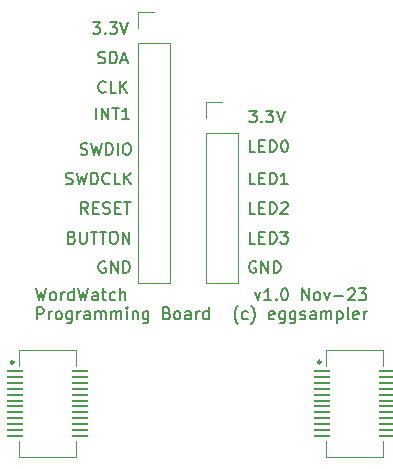
<source format=gbr>
%TF.GenerationSoftware,KiCad,Pcbnew,7.0.8*%
%TF.CreationDate,2023-11-11T12:14:01+10:00*%
%TF.ProjectId,ProgrammingBoard,50726f67-7261-46d6-9d69-6e67426f6172,rev?*%
%TF.SameCoordinates,Original*%
%TF.FileFunction,Legend,Top*%
%TF.FilePolarity,Positive*%
%FSLAX46Y46*%
G04 Gerber Fmt 4.6, Leading zero omitted, Abs format (unit mm)*
G04 Created by KiCad (PCBNEW 7.0.8) date 2023-11-11 12:14:01*
%MOMM*%
%LPD*%
G01*
G04 APERTURE LIST*
G04 Aperture macros list*
%AMRoundRect*
0 Rectangle with rounded corners*
0 $1 Rounding radius*
0 $2 $3 $4 $5 $6 $7 $8 $9 X,Y pos of 4 corners*
0 Add a 4 corners polygon primitive as box body*
4,1,4,$2,$3,$4,$5,$6,$7,$8,$9,$2,$3,0*
0 Add four circle primitives for the rounded corners*
1,1,$1+$1,$2,$3*
1,1,$1+$1,$4,$5*
1,1,$1+$1,$6,$7*
1,1,$1+$1,$8,$9*
0 Add four rect primitives between the rounded corners*
20,1,$1+$1,$2,$3,$4,$5,0*
20,1,$1+$1,$4,$5,$6,$7,0*
20,1,$1+$1,$6,$7,$8,$9,0*
20,1,$1+$1,$8,$9,$2,$3,0*%
G04 Aperture macros list end*
%ADD10C,0.150000*%
%ADD11C,0.120000*%
%ADD12C,0.100000*%
%ADD13C,0.250000*%
%ADD14R,1.700000X1.700000*%
%ADD15O,1.700000X1.700000*%
%ADD16RoundRect,0.062500X-0.587500X-0.062500X0.587500X-0.062500X0.587500X0.062500X-0.587500X0.062500X0*%
G04 APERTURE END LIST*
D10*
X5539160Y12092800D02*
X5682017Y12045181D01*
X5682017Y12045181D02*
X5920112Y12045181D01*
X5920112Y12045181D02*
X6015350Y12092800D01*
X6015350Y12092800D02*
X6062969Y12140420D01*
X6062969Y12140420D02*
X6110588Y12235658D01*
X6110588Y12235658D02*
X6110588Y12330896D01*
X6110588Y12330896D02*
X6062969Y12426134D01*
X6062969Y12426134D02*
X6015350Y12473753D01*
X6015350Y12473753D02*
X5920112Y12521372D01*
X5920112Y12521372D02*
X5729636Y12568991D01*
X5729636Y12568991D02*
X5634398Y12616610D01*
X5634398Y12616610D02*
X5586779Y12664229D01*
X5586779Y12664229D02*
X5539160Y12759467D01*
X5539160Y12759467D02*
X5539160Y12854705D01*
X5539160Y12854705D02*
X5586779Y12949943D01*
X5586779Y12949943D02*
X5634398Y12997562D01*
X5634398Y12997562D02*
X5729636Y13045181D01*
X5729636Y13045181D02*
X5967731Y13045181D01*
X5967731Y13045181D02*
X6110588Y12997562D01*
X6443922Y13045181D02*
X6682017Y12045181D01*
X6682017Y12045181D02*
X6872493Y12759467D01*
X6872493Y12759467D02*
X7062969Y12045181D01*
X7062969Y12045181D02*
X7301065Y13045181D01*
X7682017Y12045181D02*
X7682017Y13045181D01*
X7682017Y13045181D02*
X7920112Y13045181D01*
X7920112Y13045181D02*
X8062969Y12997562D01*
X8062969Y12997562D02*
X8158207Y12902324D01*
X8158207Y12902324D02*
X8205826Y12807086D01*
X8205826Y12807086D02*
X8253445Y12616610D01*
X8253445Y12616610D02*
X8253445Y12473753D01*
X8253445Y12473753D02*
X8205826Y12283277D01*
X8205826Y12283277D02*
X8158207Y12188039D01*
X8158207Y12188039D02*
X8062969Y12092800D01*
X8062969Y12092800D02*
X7920112Y12045181D01*
X7920112Y12045181D02*
X7682017Y12045181D01*
X9253445Y12140420D02*
X9205826Y12092800D01*
X9205826Y12092800D02*
X9062969Y12045181D01*
X9062969Y12045181D02*
X8967731Y12045181D01*
X8967731Y12045181D02*
X8824874Y12092800D01*
X8824874Y12092800D02*
X8729636Y12188039D01*
X8729636Y12188039D02*
X8682017Y12283277D01*
X8682017Y12283277D02*
X8634398Y12473753D01*
X8634398Y12473753D02*
X8634398Y12616610D01*
X8634398Y12616610D02*
X8682017Y12807086D01*
X8682017Y12807086D02*
X8729636Y12902324D01*
X8729636Y12902324D02*
X8824874Y12997562D01*
X8824874Y12997562D02*
X8967731Y13045181D01*
X8967731Y13045181D02*
X9062969Y13045181D01*
X9062969Y13045181D02*
X9205826Y12997562D01*
X9205826Y12997562D02*
X9253445Y12949943D01*
X10158207Y12045181D02*
X9682017Y12045181D01*
X9682017Y12045181D02*
X9682017Y13045181D01*
X10491541Y12045181D02*
X10491541Y13045181D01*
X11062969Y12045181D02*
X10634398Y12616610D01*
X11062969Y13045181D02*
X10491541Y12473753D01*
X21532268Y2906848D02*
X21770363Y2240181D01*
X21770363Y2240181D02*
X22008458Y2906848D01*
X22913220Y2240181D02*
X22341792Y2240181D01*
X22627506Y2240181D02*
X22627506Y3240181D01*
X22627506Y3240181D02*
X22532268Y3097324D01*
X22532268Y3097324D02*
X22437030Y3002086D01*
X22437030Y3002086D02*
X22341792Y2954467D01*
X23341792Y2335420D02*
X23389411Y2287800D01*
X23389411Y2287800D02*
X23341792Y2240181D01*
X23341792Y2240181D02*
X23294173Y2287800D01*
X23294173Y2287800D02*
X23341792Y2335420D01*
X23341792Y2335420D02*
X23341792Y2240181D01*
X24008458Y3240181D02*
X24103696Y3240181D01*
X24103696Y3240181D02*
X24198934Y3192562D01*
X24198934Y3192562D02*
X24246553Y3144943D01*
X24246553Y3144943D02*
X24294172Y3049705D01*
X24294172Y3049705D02*
X24341791Y2859229D01*
X24341791Y2859229D02*
X24341791Y2621134D01*
X24341791Y2621134D02*
X24294172Y2430658D01*
X24294172Y2430658D02*
X24246553Y2335420D01*
X24246553Y2335420D02*
X24198934Y2287800D01*
X24198934Y2287800D02*
X24103696Y2240181D01*
X24103696Y2240181D02*
X24008458Y2240181D01*
X24008458Y2240181D02*
X23913220Y2287800D01*
X23913220Y2287800D02*
X23865601Y2335420D01*
X23865601Y2335420D02*
X23817982Y2430658D01*
X23817982Y2430658D02*
X23770363Y2621134D01*
X23770363Y2621134D02*
X23770363Y2859229D01*
X23770363Y2859229D02*
X23817982Y3049705D01*
X23817982Y3049705D02*
X23865601Y3144943D01*
X23865601Y3144943D02*
X23913220Y3192562D01*
X23913220Y3192562D02*
X24008458Y3240181D01*
X25532268Y2240181D02*
X25532268Y3240181D01*
X25532268Y3240181D02*
X26103696Y2240181D01*
X26103696Y2240181D02*
X26103696Y3240181D01*
X26722744Y2240181D02*
X26627506Y2287800D01*
X26627506Y2287800D02*
X26579887Y2335420D01*
X26579887Y2335420D02*
X26532268Y2430658D01*
X26532268Y2430658D02*
X26532268Y2716372D01*
X26532268Y2716372D02*
X26579887Y2811610D01*
X26579887Y2811610D02*
X26627506Y2859229D01*
X26627506Y2859229D02*
X26722744Y2906848D01*
X26722744Y2906848D02*
X26865601Y2906848D01*
X26865601Y2906848D02*
X26960839Y2859229D01*
X26960839Y2859229D02*
X27008458Y2811610D01*
X27008458Y2811610D02*
X27056077Y2716372D01*
X27056077Y2716372D02*
X27056077Y2430658D01*
X27056077Y2430658D02*
X27008458Y2335420D01*
X27008458Y2335420D02*
X26960839Y2287800D01*
X26960839Y2287800D02*
X26865601Y2240181D01*
X26865601Y2240181D02*
X26722744Y2240181D01*
X27389411Y2906848D02*
X27627506Y2240181D01*
X27627506Y2240181D02*
X27865601Y2906848D01*
X28246554Y2621134D02*
X29008459Y2621134D01*
X29437030Y3144943D02*
X29484649Y3192562D01*
X29484649Y3192562D02*
X29579887Y3240181D01*
X29579887Y3240181D02*
X29817982Y3240181D01*
X29817982Y3240181D02*
X29913220Y3192562D01*
X29913220Y3192562D02*
X29960839Y3144943D01*
X29960839Y3144943D02*
X30008458Y3049705D01*
X30008458Y3049705D02*
X30008458Y2954467D01*
X30008458Y2954467D02*
X29960839Y2811610D01*
X29960839Y2811610D02*
X29389411Y2240181D01*
X29389411Y2240181D02*
X30008458Y2240181D01*
X30341792Y3240181D02*
X30960839Y3240181D01*
X30960839Y3240181D02*
X30627506Y2859229D01*
X30627506Y2859229D02*
X30770363Y2859229D01*
X30770363Y2859229D02*
X30865601Y2811610D01*
X30865601Y2811610D02*
X30913220Y2763991D01*
X30913220Y2763991D02*
X30960839Y2668753D01*
X30960839Y2668753D02*
X30960839Y2430658D01*
X30960839Y2430658D02*
X30913220Y2335420D01*
X30913220Y2335420D02*
X30865601Y2287800D01*
X30865601Y2287800D02*
X30770363Y2240181D01*
X30770363Y2240181D02*
X30484649Y2240181D01*
X30484649Y2240181D02*
X30389411Y2287800D01*
X30389411Y2287800D02*
X30341792Y2335420D01*
X20103694Y249229D02*
X20056075Y296848D01*
X20056075Y296848D02*
X19960837Y439705D01*
X19960837Y439705D02*
X19913218Y534943D01*
X19913218Y534943D02*
X19865599Y677800D01*
X19865599Y677800D02*
X19817980Y915896D01*
X19817980Y915896D02*
X19817980Y1106372D01*
X19817980Y1106372D02*
X19865599Y1344467D01*
X19865599Y1344467D02*
X19913218Y1487324D01*
X19913218Y1487324D02*
X19960837Y1582562D01*
X19960837Y1582562D02*
X20056075Y1725420D01*
X20056075Y1725420D02*
X20103694Y1773039D01*
X20913218Y677800D02*
X20817980Y630181D01*
X20817980Y630181D02*
X20627504Y630181D01*
X20627504Y630181D02*
X20532266Y677800D01*
X20532266Y677800D02*
X20484647Y725420D01*
X20484647Y725420D02*
X20437028Y820658D01*
X20437028Y820658D02*
X20437028Y1106372D01*
X20437028Y1106372D02*
X20484647Y1201610D01*
X20484647Y1201610D02*
X20532266Y1249229D01*
X20532266Y1249229D02*
X20627504Y1296848D01*
X20627504Y1296848D02*
X20817980Y1296848D01*
X20817980Y1296848D02*
X20913218Y1249229D01*
X21246552Y249229D02*
X21294171Y296848D01*
X21294171Y296848D02*
X21389409Y439705D01*
X21389409Y439705D02*
X21437028Y534943D01*
X21437028Y534943D02*
X21484647Y677800D01*
X21484647Y677800D02*
X21532266Y915896D01*
X21532266Y915896D02*
X21532266Y1106372D01*
X21532266Y1106372D02*
X21484647Y1344467D01*
X21484647Y1344467D02*
X21437028Y1487324D01*
X21437028Y1487324D02*
X21389409Y1582562D01*
X21389409Y1582562D02*
X21294171Y1725420D01*
X21294171Y1725420D02*
X21246552Y1773039D01*
X23151314Y677800D02*
X23056076Y630181D01*
X23056076Y630181D02*
X22865600Y630181D01*
X22865600Y630181D02*
X22770362Y677800D01*
X22770362Y677800D02*
X22722743Y773039D01*
X22722743Y773039D02*
X22722743Y1153991D01*
X22722743Y1153991D02*
X22770362Y1249229D01*
X22770362Y1249229D02*
X22865600Y1296848D01*
X22865600Y1296848D02*
X23056076Y1296848D01*
X23056076Y1296848D02*
X23151314Y1249229D01*
X23151314Y1249229D02*
X23198933Y1153991D01*
X23198933Y1153991D02*
X23198933Y1058753D01*
X23198933Y1058753D02*
X22722743Y963515D01*
X24056076Y1296848D02*
X24056076Y487324D01*
X24056076Y487324D02*
X24008457Y392086D01*
X24008457Y392086D02*
X23960838Y344467D01*
X23960838Y344467D02*
X23865600Y296848D01*
X23865600Y296848D02*
X23722743Y296848D01*
X23722743Y296848D02*
X23627505Y344467D01*
X24056076Y677800D02*
X23960838Y630181D01*
X23960838Y630181D02*
X23770362Y630181D01*
X23770362Y630181D02*
X23675124Y677800D01*
X23675124Y677800D02*
X23627505Y725420D01*
X23627505Y725420D02*
X23579886Y820658D01*
X23579886Y820658D02*
X23579886Y1106372D01*
X23579886Y1106372D02*
X23627505Y1201610D01*
X23627505Y1201610D02*
X23675124Y1249229D01*
X23675124Y1249229D02*
X23770362Y1296848D01*
X23770362Y1296848D02*
X23960838Y1296848D01*
X23960838Y1296848D02*
X24056076Y1249229D01*
X24960838Y1296848D02*
X24960838Y487324D01*
X24960838Y487324D02*
X24913219Y392086D01*
X24913219Y392086D02*
X24865600Y344467D01*
X24865600Y344467D02*
X24770362Y296848D01*
X24770362Y296848D02*
X24627505Y296848D01*
X24627505Y296848D02*
X24532267Y344467D01*
X24960838Y677800D02*
X24865600Y630181D01*
X24865600Y630181D02*
X24675124Y630181D01*
X24675124Y630181D02*
X24579886Y677800D01*
X24579886Y677800D02*
X24532267Y725420D01*
X24532267Y725420D02*
X24484648Y820658D01*
X24484648Y820658D02*
X24484648Y1106372D01*
X24484648Y1106372D02*
X24532267Y1201610D01*
X24532267Y1201610D02*
X24579886Y1249229D01*
X24579886Y1249229D02*
X24675124Y1296848D01*
X24675124Y1296848D02*
X24865600Y1296848D01*
X24865600Y1296848D02*
X24960838Y1249229D01*
X25389410Y677800D02*
X25484648Y630181D01*
X25484648Y630181D02*
X25675124Y630181D01*
X25675124Y630181D02*
X25770362Y677800D01*
X25770362Y677800D02*
X25817981Y773039D01*
X25817981Y773039D02*
X25817981Y820658D01*
X25817981Y820658D02*
X25770362Y915896D01*
X25770362Y915896D02*
X25675124Y963515D01*
X25675124Y963515D02*
X25532267Y963515D01*
X25532267Y963515D02*
X25437029Y1011134D01*
X25437029Y1011134D02*
X25389410Y1106372D01*
X25389410Y1106372D02*
X25389410Y1153991D01*
X25389410Y1153991D02*
X25437029Y1249229D01*
X25437029Y1249229D02*
X25532267Y1296848D01*
X25532267Y1296848D02*
X25675124Y1296848D01*
X25675124Y1296848D02*
X25770362Y1249229D01*
X26675124Y630181D02*
X26675124Y1153991D01*
X26675124Y1153991D02*
X26627505Y1249229D01*
X26627505Y1249229D02*
X26532267Y1296848D01*
X26532267Y1296848D02*
X26341791Y1296848D01*
X26341791Y1296848D02*
X26246553Y1249229D01*
X26675124Y677800D02*
X26579886Y630181D01*
X26579886Y630181D02*
X26341791Y630181D01*
X26341791Y630181D02*
X26246553Y677800D01*
X26246553Y677800D02*
X26198934Y773039D01*
X26198934Y773039D02*
X26198934Y868277D01*
X26198934Y868277D02*
X26246553Y963515D01*
X26246553Y963515D02*
X26341791Y1011134D01*
X26341791Y1011134D02*
X26579886Y1011134D01*
X26579886Y1011134D02*
X26675124Y1058753D01*
X27151315Y630181D02*
X27151315Y1296848D01*
X27151315Y1201610D02*
X27198934Y1249229D01*
X27198934Y1249229D02*
X27294172Y1296848D01*
X27294172Y1296848D02*
X27437029Y1296848D01*
X27437029Y1296848D02*
X27532267Y1249229D01*
X27532267Y1249229D02*
X27579886Y1153991D01*
X27579886Y1153991D02*
X27579886Y630181D01*
X27579886Y1153991D02*
X27627505Y1249229D01*
X27627505Y1249229D02*
X27722743Y1296848D01*
X27722743Y1296848D02*
X27865600Y1296848D01*
X27865600Y1296848D02*
X27960839Y1249229D01*
X27960839Y1249229D02*
X28008458Y1153991D01*
X28008458Y1153991D02*
X28008458Y630181D01*
X28484648Y1296848D02*
X28484648Y296848D01*
X28484648Y1249229D02*
X28579886Y1296848D01*
X28579886Y1296848D02*
X28770362Y1296848D01*
X28770362Y1296848D02*
X28865600Y1249229D01*
X28865600Y1249229D02*
X28913219Y1201610D01*
X28913219Y1201610D02*
X28960838Y1106372D01*
X28960838Y1106372D02*
X28960838Y820658D01*
X28960838Y820658D02*
X28913219Y725420D01*
X28913219Y725420D02*
X28865600Y677800D01*
X28865600Y677800D02*
X28770362Y630181D01*
X28770362Y630181D02*
X28579886Y630181D01*
X28579886Y630181D02*
X28484648Y677800D01*
X29532267Y630181D02*
X29437029Y677800D01*
X29437029Y677800D02*
X29389410Y773039D01*
X29389410Y773039D02*
X29389410Y1630181D01*
X30294172Y677800D02*
X30198934Y630181D01*
X30198934Y630181D02*
X30008458Y630181D01*
X30008458Y630181D02*
X29913220Y677800D01*
X29913220Y677800D02*
X29865601Y773039D01*
X29865601Y773039D02*
X29865601Y1153991D01*
X29865601Y1153991D02*
X29913220Y1249229D01*
X29913220Y1249229D02*
X30008458Y1296848D01*
X30008458Y1296848D02*
X30198934Y1296848D01*
X30198934Y1296848D02*
X30294172Y1249229D01*
X30294172Y1249229D02*
X30341791Y1153991D01*
X30341791Y1153991D02*
X30341791Y1058753D01*
X30341791Y1058753D02*
X29865601Y963515D01*
X30770363Y630181D02*
X30770363Y1296848D01*
X30770363Y1106372D02*
X30817982Y1201610D01*
X30817982Y1201610D02*
X30865601Y1249229D01*
X30865601Y1249229D02*
X30960839Y1296848D01*
X30960839Y1296848D02*
X31056077Y1296848D01*
X2991541Y3240181D02*
X3229636Y2240181D01*
X3229636Y2240181D02*
X3420112Y2954467D01*
X3420112Y2954467D02*
X3610588Y2240181D01*
X3610588Y2240181D02*
X3848684Y3240181D01*
X4372493Y2240181D02*
X4277255Y2287800D01*
X4277255Y2287800D02*
X4229636Y2335420D01*
X4229636Y2335420D02*
X4182017Y2430658D01*
X4182017Y2430658D02*
X4182017Y2716372D01*
X4182017Y2716372D02*
X4229636Y2811610D01*
X4229636Y2811610D02*
X4277255Y2859229D01*
X4277255Y2859229D02*
X4372493Y2906848D01*
X4372493Y2906848D02*
X4515350Y2906848D01*
X4515350Y2906848D02*
X4610588Y2859229D01*
X4610588Y2859229D02*
X4658207Y2811610D01*
X4658207Y2811610D02*
X4705826Y2716372D01*
X4705826Y2716372D02*
X4705826Y2430658D01*
X4705826Y2430658D02*
X4658207Y2335420D01*
X4658207Y2335420D02*
X4610588Y2287800D01*
X4610588Y2287800D02*
X4515350Y2240181D01*
X4515350Y2240181D02*
X4372493Y2240181D01*
X5134398Y2240181D02*
X5134398Y2906848D01*
X5134398Y2716372D02*
X5182017Y2811610D01*
X5182017Y2811610D02*
X5229636Y2859229D01*
X5229636Y2859229D02*
X5324874Y2906848D01*
X5324874Y2906848D02*
X5420112Y2906848D01*
X6182017Y2240181D02*
X6182017Y3240181D01*
X6182017Y2287800D02*
X6086779Y2240181D01*
X6086779Y2240181D02*
X5896303Y2240181D01*
X5896303Y2240181D02*
X5801065Y2287800D01*
X5801065Y2287800D02*
X5753446Y2335420D01*
X5753446Y2335420D02*
X5705827Y2430658D01*
X5705827Y2430658D02*
X5705827Y2716372D01*
X5705827Y2716372D02*
X5753446Y2811610D01*
X5753446Y2811610D02*
X5801065Y2859229D01*
X5801065Y2859229D02*
X5896303Y2906848D01*
X5896303Y2906848D02*
X6086779Y2906848D01*
X6086779Y2906848D02*
X6182017Y2859229D01*
X6562970Y3240181D02*
X6801065Y2240181D01*
X6801065Y2240181D02*
X6991541Y2954467D01*
X6991541Y2954467D02*
X7182017Y2240181D01*
X7182017Y2240181D02*
X7420113Y3240181D01*
X8229636Y2240181D02*
X8229636Y2763991D01*
X8229636Y2763991D02*
X8182017Y2859229D01*
X8182017Y2859229D02*
X8086779Y2906848D01*
X8086779Y2906848D02*
X7896303Y2906848D01*
X7896303Y2906848D02*
X7801065Y2859229D01*
X8229636Y2287800D02*
X8134398Y2240181D01*
X8134398Y2240181D02*
X7896303Y2240181D01*
X7896303Y2240181D02*
X7801065Y2287800D01*
X7801065Y2287800D02*
X7753446Y2383039D01*
X7753446Y2383039D02*
X7753446Y2478277D01*
X7753446Y2478277D02*
X7801065Y2573515D01*
X7801065Y2573515D02*
X7896303Y2621134D01*
X7896303Y2621134D02*
X8134398Y2621134D01*
X8134398Y2621134D02*
X8229636Y2668753D01*
X8562970Y2906848D02*
X8943922Y2906848D01*
X8705827Y3240181D02*
X8705827Y2383039D01*
X8705827Y2383039D02*
X8753446Y2287800D01*
X8753446Y2287800D02*
X8848684Y2240181D01*
X8848684Y2240181D02*
X8943922Y2240181D01*
X9705827Y2287800D02*
X9610589Y2240181D01*
X9610589Y2240181D02*
X9420113Y2240181D01*
X9420113Y2240181D02*
X9324875Y2287800D01*
X9324875Y2287800D02*
X9277256Y2335420D01*
X9277256Y2335420D02*
X9229637Y2430658D01*
X9229637Y2430658D02*
X9229637Y2716372D01*
X9229637Y2716372D02*
X9277256Y2811610D01*
X9277256Y2811610D02*
X9324875Y2859229D01*
X9324875Y2859229D02*
X9420113Y2906848D01*
X9420113Y2906848D02*
X9610589Y2906848D01*
X9610589Y2906848D02*
X9705827Y2859229D01*
X10134399Y2240181D02*
X10134399Y3240181D01*
X10562970Y2240181D02*
X10562970Y2763991D01*
X10562970Y2763991D02*
X10515351Y2859229D01*
X10515351Y2859229D02*
X10420113Y2906848D01*
X10420113Y2906848D02*
X10277256Y2906848D01*
X10277256Y2906848D02*
X10182018Y2859229D01*
X10182018Y2859229D02*
X10134399Y2811610D01*
X3086779Y630181D02*
X3086779Y1630181D01*
X3086779Y1630181D02*
X3467731Y1630181D01*
X3467731Y1630181D02*
X3562969Y1582562D01*
X3562969Y1582562D02*
X3610588Y1534943D01*
X3610588Y1534943D02*
X3658207Y1439705D01*
X3658207Y1439705D02*
X3658207Y1296848D01*
X3658207Y1296848D02*
X3610588Y1201610D01*
X3610588Y1201610D02*
X3562969Y1153991D01*
X3562969Y1153991D02*
X3467731Y1106372D01*
X3467731Y1106372D02*
X3086779Y1106372D01*
X4086779Y630181D02*
X4086779Y1296848D01*
X4086779Y1106372D02*
X4134398Y1201610D01*
X4134398Y1201610D02*
X4182017Y1249229D01*
X4182017Y1249229D02*
X4277255Y1296848D01*
X4277255Y1296848D02*
X4372493Y1296848D01*
X4848684Y630181D02*
X4753446Y677800D01*
X4753446Y677800D02*
X4705827Y725420D01*
X4705827Y725420D02*
X4658208Y820658D01*
X4658208Y820658D02*
X4658208Y1106372D01*
X4658208Y1106372D02*
X4705827Y1201610D01*
X4705827Y1201610D02*
X4753446Y1249229D01*
X4753446Y1249229D02*
X4848684Y1296848D01*
X4848684Y1296848D02*
X4991541Y1296848D01*
X4991541Y1296848D02*
X5086779Y1249229D01*
X5086779Y1249229D02*
X5134398Y1201610D01*
X5134398Y1201610D02*
X5182017Y1106372D01*
X5182017Y1106372D02*
X5182017Y820658D01*
X5182017Y820658D02*
X5134398Y725420D01*
X5134398Y725420D02*
X5086779Y677800D01*
X5086779Y677800D02*
X4991541Y630181D01*
X4991541Y630181D02*
X4848684Y630181D01*
X6039160Y1296848D02*
X6039160Y487324D01*
X6039160Y487324D02*
X5991541Y392086D01*
X5991541Y392086D02*
X5943922Y344467D01*
X5943922Y344467D02*
X5848684Y296848D01*
X5848684Y296848D02*
X5705827Y296848D01*
X5705827Y296848D02*
X5610589Y344467D01*
X6039160Y677800D02*
X5943922Y630181D01*
X5943922Y630181D02*
X5753446Y630181D01*
X5753446Y630181D02*
X5658208Y677800D01*
X5658208Y677800D02*
X5610589Y725420D01*
X5610589Y725420D02*
X5562970Y820658D01*
X5562970Y820658D02*
X5562970Y1106372D01*
X5562970Y1106372D02*
X5610589Y1201610D01*
X5610589Y1201610D02*
X5658208Y1249229D01*
X5658208Y1249229D02*
X5753446Y1296848D01*
X5753446Y1296848D02*
X5943922Y1296848D01*
X5943922Y1296848D02*
X6039160Y1249229D01*
X6515351Y630181D02*
X6515351Y1296848D01*
X6515351Y1106372D02*
X6562970Y1201610D01*
X6562970Y1201610D02*
X6610589Y1249229D01*
X6610589Y1249229D02*
X6705827Y1296848D01*
X6705827Y1296848D02*
X6801065Y1296848D01*
X7562970Y630181D02*
X7562970Y1153991D01*
X7562970Y1153991D02*
X7515351Y1249229D01*
X7515351Y1249229D02*
X7420113Y1296848D01*
X7420113Y1296848D02*
X7229637Y1296848D01*
X7229637Y1296848D02*
X7134399Y1249229D01*
X7562970Y677800D02*
X7467732Y630181D01*
X7467732Y630181D02*
X7229637Y630181D01*
X7229637Y630181D02*
X7134399Y677800D01*
X7134399Y677800D02*
X7086780Y773039D01*
X7086780Y773039D02*
X7086780Y868277D01*
X7086780Y868277D02*
X7134399Y963515D01*
X7134399Y963515D02*
X7229637Y1011134D01*
X7229637Y1011134D02*
X7467732Y1011134D01*
X7467732Y1011134D02*
X7562970Y1058753D01*
X8039161Y630181D02*
X8039161Y1296848D01*
X8039161Y1201610D02*
X8086780Y1249229D01*
X8086780Y1249229D02*
X8182018Y1296848D01*
X8182018Y1296848D02*
X8324875Y1296848D01*
X8324875Y1296848D02*
X8420113Y1249229D01*
X8420113Y1249229D02*
X8467732Y1153991D01*
X8467732Y1153991D02*
X8467732Y630181D01*
X8467732Y1153991D02*
X8515351Y1249229D01*
X8515351Y1249229D02*
X8610589Y1296848D01*
X8610589Y1296848D02*
X8753446Y1296848D01*
X8753446Y1296848D02*
X8848685Y1249229D01*
X8848685Y1249229D02*
X8896304Y1153991D01*
X8896304Y1153991D02*
X8896304Y630181D01*
X9372494Y630181D02*
X9372494Y1296848D01*
X9372494Y1201610D02*
X9420113Y1249229D01*
X9420113Y1249229D02*
X9515351Y1296848D01*
X9515351Y1296848D02*
X9658208Y1296848D01*
X9658208Y1296848D02*
X9753446Y1249229D01*
X9753446Y1249229D02*
X9801065Y1153991D01*
X9801065Y1153991D02*
X9801065Y630181D01*
X9801065Y1153991D02*
X9848684Y1249229D01*
X9848684Y1249229D02*
X9943922Y1296848D01*
X9943922Y1296848D02*
X10086779Y1296848D01*
X10086779Y1296848D02*
X10182018Y1249229D01*
X10182018Y1249229D02*
X10229637Y1153991D01*
X10229637Y1153991D02*
X10229637Y630181D01*
X10705827Y630181D02*
X10705827Y1296848D01*
X10705827Y1630181D02*
X10658208Y1582562D01*
X10658208Y1582562D02*
X10705827Y1534943D01*
X10705827Y1534943D02*
X10753446Y1582562D01*
X10753446Y1582562D02*
X10705827Y1630181D01*
X10705827Y1630181D02*
X10705827Y1534943D01*
X11182017Y1296848D02*
X11182017Y630181D01*
X11182017Y1201610D02*
X11229636Y1249229D01*
X11229636Y1249229D02*
X11324874Y1296848D01*
X11324874Y1296848D02*
X11467731Y1296848D01*
X11467731Y1296848D02*
X11562969Y1249229D01*
X11562969Y1249229D02*
X11610588Y1153991D01*
X11610588Y1153991D02*
X11610588Y630181D01*
X12515350Y1296848D02*
X12515350Y487324D01*
X12515350Y487324D02*
X12467731Y392086D01*
X12467731Y392086D02*
X12420112Y344467D01*
X12420112Y344467D02*
X12324874Y296848D01*
X12324874Y296848D02*
X12182017Y296848D01*
X12182017Y296848D02*
X12086779Y344467D01*
X12515350Y677800D02*
X12420112Y630181D01*
X12420112Y630181D02*
X12229636Y630181D01*
X12229636Y630181D02*
X12134398Y677800D01*
X12134398Y677800D02*
X12086779Y725420D01*
X12086779Y725420D02*
X12039160Y820658D01*
X12039160Y820658D02*
X12039160Y1106372D01*
X12039160Y1106372D02*
X12086779Y1201610D01*
X12086779Y1201610D02*
X12134398Y1249229D01*
X12134398Y1249229D02*
X12229636Y1296848D01*
X12229636Y1296848D02*
X12420112Y1296848D01*
X12420112Y1296848D02*
X12515350Y1249229D01*
X14086779Y1153991D02*
X14229636Y1106372D01*
X14229636Y1106372D02*
X14277255Y1058753D01*
X14277255Y1058753D02*
X14324874Y963515D01*
X14324874Y963515D02*
X14324874Y820658D01*
X14324874Y820658D02*
X14277255Y725420D01*
X14277255Y725420D02*
X14229636Y677800D01*
X14229636Y677800D02*
X14134398Y630181D01*
X14134398Y630181D02*
X13753446Y630181D01*
X13753446Y630181D02*
X13753446Y1630181D01*
X13753446Y1630181D02*
X14086779Y1630181D01*
X14086779Y1630181D02*
X14182017Y1582562D01*
X14182017Y1582562D02*
X14229636Y1534943D01*
X14229636Y1534943D02*
X14277255Y1439705D01*
X14277255Y1439705D02*
X14277255Y1344467D01*
X14277255Y1344467D02*
X14229636Y1249229D01*
X14229636Y1249229D02*
X14182017Y1201610D01*
X14182017Y1201610D02*
X14086779Y1153991D01*
X14086779Y1153991D02*
X13753446Y1153991D01*
X14896303Y630181D02*
X14801065Y677800D01*
X14801065Y677800D02*
X14753446Y725420D01*
X14753446Y725420D02*
X14705827Y820658D01*
X14705827Y820658D02*
X14705827Y1106372D01*
X14705827Y1106372D02*
X14753446Y1201610D01*
X14753446Y1201610D02*
X14801065Y1249229D01*
X14801065Y1249229D02*
X14896303Y1296848D01*
X14896303Y1296848D02*
X15039160Y1296848D01*
X15039160Y1296848D02*
X15134398Y1249229D01*
X15134398Y1249229D02*
X15182017Y1201610D01*
X15182017Y1201610D02*
X15229636Y1106372D01*
X15229636Y1106372D02*
X15229636Y820658D01*
X15229636Y820658D02*
X15182017Y725420D01*
X15182017Y725420D02*
X15134398Y677800D01*
X15134398Y677800D02*
X15039160Y630181D01*
X15039160Y630181D02*
X14896303Y630181D01*
X16086779Y630181D02*
X16086779Y1153991D01*
X16086779Y1153991D02*
X16039160Y1249229D01*
X16039160Y1249229D02*
X15943922Y1296848D01*
X15943922Y1296848D02*
X15753446Y1296848D01*
X15753446Y1296848D02*
X15658208Y1249229D01*
X16086779Y677800D02*
X15991541Y630181D01*
X15991541Y630181D02*
X15753446Y630181D01*
X15753446Y630181D02*
X15658208Y677800D01*
X15658208Y677800D02*
X15610589Y773039D01*
X15610589Y773039D02*
X15610589Y868277D01*
X15610589Y868277D02*
X15658208Y963515D01*
X15658208Y963515D02*
X15753446Y1011134D01*
X15753446Y1011134D02*
X15991541Y1011134D01*
X15991541Y1011134D02*
X16086779Y1058753D01*
X16562970Y630181D02*
X16562970Y1296848D01*
X16562970Y1106372D02*
X16610589Y1201610D01*
X16610589Y1201610D02*
X16658208Y1249229D01*
X16658208Y1249229D02*
X16753446Y1296848D01*
X16753446Y1296848D02*
X16848684Y1296848D01*
X17610589Y630181D02*
X17610589Y1630181D01*
X17610589Y677800D02*
X17515351Y630181D01*
X17515351Y630181D02*
X17324875Y630181D01*
X17324875Y630181D02*
X17229637Y677800D01*
X17229637Y677800D02*
X17182018Y725420D01*
X17182018Y725420D02*
X17134399Y820658D01*
X17134399Y820658D02*
X17134399Y1106372D01*
X17134399Y1106372D02*
X17182018Y1201610D01*
X17182018Y1201610D02*
X17229637Y1249229D01*
X17229637Y1249229D02*
X17324875Y1296848D01*
X17324875Y1296848D02*
X17515351Y1296848D01*
X17515351Y1296848D02*
X17610589Y1249229D01*
X8282268Y22342800D02*
X8425125Y22295181D01*
X8425125Y22295181D02*
X8663220Y22295181D01*
X8663220Y22295181D02*
X8758458Y22342800D01*
X8758458Y22342800D02*
X8806077Y22390420D01*
X8806077Y22390420D02*
X8853696Y22485658D01*
X8853696Y22485658D02*
X8853696Y22580896D01*
X8853696Y22580896D02*
X8806077Y22676134D01*
X8806077Y22676134D02*
X8758458Y22723753D01*
X8758458Y22723753D02*
X8663220Y22771372D01*
X8663220Y22771372D02*
X8472744Y22818991D01*
X8472744Y22818991D02*
X8377506Y22866610D01*
X8377506Y22866610D02*
X8329887Y22914229D01*
X8329887Y22914229D02*
X8282268Y23009467D01*
X8282268Y23009467D02*
X8282268Y23104705D01*
X8282268Y23104705D02*
X8329887Y23199943D01*
X8329887Y23199943D02*
X8377506Y23247562D01*
X8377506Y23247562D02*
X8472744Y23295181D01*
X8472744Y23295181D02*
X8710839Y23295181D01*
X8710839Y23295181D02*
X8853696Y23247562D01*
X9282268Y22295181D02*
X9282268Y23295181D01*
X9282268Y23295181D02*
X9520363Y23295181D01*
X9520363Y23295181D02*
X9663220Y23247562D01*
X9663220Y23247562D02*
X9758458Y23152324D01*
X9758458Y23152324D02*
X9806077Y23057086D01*
X9806077Y23057086D02*
X9853696Y22866610D01*
X9853696Y22866610D02*
X9853696Y22723753D01*
X9853696Y22723753D02*
X9806077Y22533277D01*
X9806077Y22533277D02*
X9758458Y22438039D01*
X9758458Y22438039D02*
X9663220Y22342800D01*
X9663220Y22342800D02*
X9520363Y22295181D01*
X9520363Y22295181D02*
X9282268Y22295181D01*
X10234649Y22580896D02*
X10710839Y22580896D01*
X10139411Y22295181D02*
X10472744Y23295181D01*
X10472744Y23295181D02*
X10806077Y22295181D01*
X21562969Y7045181D02*
X21086779Y7045181D01*
X21086779Y7045181D02*
X21086779Y8045181D01*
X21896303Y7568991D02*
X22229636Y7568991D01*
X22372493Y7045181D02*
X21896303Y7045181D01*
X21896303Y7045181D02*
X21896303Y8045181D01*
X21896303Y8045181D02*
X22372493Y8045181D01*
X22801065Y7045181D02*
X22801065Y8045181D01*
X22801065Y8045181D02*
X23039160Y8045181D01*
X23039160Y8045181D02*
X23182017Y7997562D01*
X23182017Y7997562D02*
X23277255Y7902324D01*
X23277255Y7902324D02*
X23324874Y7807086D01*
X23324874Y7807086D02*
X23372493Y7616610D01*
X23372493Y7616610D02*
X23372493Y7473753D01*
X23372493Y7473753D02*
X23324874Y7283277D01*
X23324874Y7283277D02*
X23277255Y7188039D01*
X23277255Y7188039D02*
X23182017Y7092800D01*
X23182017Y7092800D02*
X23039160Y7045181D01*
X23039160Y7045181D02*
X22801065Y7045181D01*
X23705827Y8045181D02*
X24324874Y8045181D01*
X24324874Y8045181D02*
X23991541Y7664229D01*
X23991541Y7664229D02*
X24134398Y7664229D01*
X24134398Y7664229D02*
X24229636Y7616610D01*
X24229636Y7616610D02*
X24277255Y7568991D01*
X24277255Y7568991D02*
X24324874Y7473753D01*
X24324874Y7473753D02*
X24324874Y7235658D01*
X24324874Y7235658D02*
X24277255Y7140420D01*
X24277255Y7140420D02*
X24229636Y7092800D01*
X24229636Y7092800D02*
X24134398Y7045181D01*
X24134398Y7045181D02*
X23848684Y7045181D01*
X23848684Y7045181D02*
X23753446Y7092800D01*
X23753446Y7092800D02*
X23705827Y7140420D01*
X6789160Y14592800D02*
X6932017Y14545181D01*
X6932017Y14545181D02*
X7170112Y14545181D01*
X7170112Y14545181D02*
X7265350Y14592800D01*
X7265350Y14592800D02*
X7312969Y14640420D01*
X7312969Y14640420D02*
X7360588Y14735658D01*
X7360588Y14735658D02*
X7360588Y14830896D01*
X7360588Y14830896D02*
X7312969Y14926134D01*
X7312969Y14926134D02*
X7265350Y14973753D01*
X7265350Y14973753D02*
X7170112Y15021372D01*
X7170112Y15021372D02*
X6979636Y15068991D01*
X6979636Y15068991D02*
X6884398Y15116610D01*
X6884398Y15116610D02*
X6836779Y15164229D01*
X6836779Y15164229D02*
X6789160Y15259467D01*
X6789160Y15259467D02*
X6789160Y15354705D01*
X6789160Y15354705D02*
X6836779Y15449943D01*
X6836779Y15449943D02*
X6884398Y15497562D01*
X6884398Y15497562D02*
X6979636Y15545181D01*
X6979636Y15545181D02*
X7217731Y15545181D01*
X7217731Y15545181D02*
X7360588Y15497562D01*
X7693922Y15545181D02*
X7932017Y14545181D01*
X7932017Y14545181D02*
X8122493Y15259467D01*
X8122493Y15259467D02*
X8312969Y14545181D01*
X8312969Y14545181D02*
X8551065Y15545181D01*
X8932017Y14545181D02*
X8932017Y15545181D01*
X8932017Y15545181D02*
X9170112Y15545181D01*
X9170112Y15545181D02*
X9312969Y15497562D01*
X9312969Y15497562D02*
X9408207Y15402324D01*
X9408207Y15402324D02*
X9455826Y15307086D01*
X9455826Y15307086D02*
X9503445Y15116610D01*
X9503445Y15116610D02*
X9503445Y14973753D01*
X9503445Y14973753D02*
X9455826Y14783277D01*
X9455826Y14783277D02*
X9408207Y14688039D01*
X9408207Y14688039D02*
X9312969Y14592800D01*
X9312969Y14592800D02*
X9170112Y14545181D01*
X9170112Y14545181D02*
X8932017Y14545181D01*
X9932017Y14545181D02*
X9932017Y15545181D01*
X10598683Y15545181D02*
X10789159Y15545181D01*
X10789159Y15545181D02*
X10884397Y15497562D01*
X10884397Y15497562D02*
X10979635Y15402324D01*
X10979635Y15402324D02*
X11027254Y15211848D01*
X11027254Y15211848D02*
X11027254Y14878515D01*
X11027254Y14878515D02*
X10979635Y14688039D01*
X10979635Y14688039D02*
X10884397Y14592800D01*
X10884397Y14592800D02*
X10789159Y14545181D01*
X10789159Y14545181D02*
X10598683Y14545181D01*
X10598683Y14545181D02*
X10503445Y14592800D01*
X10503445Y14592800D02*
X10408207Y14688039D01*
X10408207Y14688039D02*
X10360588Y14878515D01*
X10360588Y14878515D02*
X10360588Y15211848D01*
X10360588Y15211848D02*
X10408207Y15402324D01*
X10408207Y15402324D02*
X10503445Y15497562D01*
X10503445Y15497562D02*
X10598683Y15545181D01*
X7806078Y25795181D02*
X8425125Y25795181D01*
X8425125Y25795181D02*
X8091792Y25414229D01*
X8091792Y25414229D02*
X8234649Y25414229D01*
X8234649Y25414229D02*
X8329887Y25366610D01*
X8329887Y25366610D02*
X8377506Y25318991D01*
X8377506Y25318991D02*
X8425125Y25223753D01*
X8425125Y25223753D02*
X8425125Y24985658D01*
X8425125Y24985658D02*
X8377506Y24890420D01*
X8377506Y24890420D02*
X8329887Y24842800D01*
X8329887Y24842800D02*
X8234649Y24795181D01*
X8234649Y24795181D02*
X7948935Y24795181D01*
X7948935Y24795181D02*
X7853697Y24842800D01*
X7853697Y24842800D02*
X7806078Y24890420D01*
X8853697Y24890420D02*
X8901316Y24842800D01*
X8901316Y24842800D02*
X8853697Y24795181D01*
X8853697Y24795181D02*
X8806078Y24842800D01*
X8806078Y24842800D02*
X8853697Y24890420D01*
X8853697Y24890420D02*
X8853697Y24795181D01*
X9234649Y25795181D02*
X9853696Y25795181D01*
X9853696Y25795181D02*
X9520363Y25414229D01*
X9520363Y25414229D02*
X9663220Y25414229D01*
X9663220Y25414229D02*
X9758458Y25366610D01*
X9758458Y25366610D02*
X9806077Y25318991D01*
X9806077Y25318991D02*
X9853696Y25223753D01*
X9853696Y25223753D02*
X9853696Y24985658D01*
X9853696Y24985658D02*
X9806077Y24890420D01*
X9806077Y24890420D02*
X9758458Y24842800D01*
X9758458Y24842800D02*
X9663220Y24795181D01*
X9663220Y24795181D02*
X9377506Y24795181D01*
X9377506Y24795181D02*
X9282268Y24842800D01*
X9282268Y24842800D02*
X9234649Y24890420D01*
X10139411Y25795181D02*
X10472744Y24795181D01*
X10472744Y24795181D02*
X10806077Y25795181D01*
X6056077Y7568991D02*
X6198934Y7521372D01*
X6198934Y7521372D02*
X6246553Y7473753D01*
X6246553Y7473753D02*
X6294172Y7378515D01*
X6294172Y7378515D02*
X6294172Y7235658D01*
X6294172Y7235658D02*
X6246553Y7140420D01*
X6246553Y7140420D02*
X6198934Y7092800D01*
X6198934Y7092800D02*
X6103696Y7045181D01*
X6103696Y7045181D02*
X5722744Y7045181D01*
X5722744Y7045181D02*
X5722744Y8045181D01*
X5722744Y8045181D02*
X6056077Y8045181D01*
X6056077Y8045181D02*
X6151315Y7997562D01*
X6151315Y7997562D02*
X6198934Y7949943D01*
X6198934Y7949943D02*
X6246553Y7854705D01*
X6246553Y7854705D02*
X6246553Y7759467D01*
X6246553Y7759467D02*
X6198934Y7664229D01*
X6198934Y7664229D02*
X6151315Y7616610D01*
X6151315Y7616610D02*
X6056077Y7568991D01*
X6056077Y7568991D02*
X5722744Y7568991D01*
X6722744Y8045181D02*
X6722744Y7235658D01*
X6722744Y7235658D02*
X6770363Y7140420D01*
X6770363Y7140420D02*
X6817982Y7092800D01*
X6817982Y7092800D02*
X6913220Y7045181D01*
X6913220Y7045181D02*
X7103696Y7045181D01*
X7103696Y7045181D02*
X7198934Y7092800D01*
X7198934Y7092800D02*
X7246553Y7140420D01*
X7246553Y7140420D02*
X7294172Y7235658D01*
X7294172Y7235658D02*
X7294172Y8045181D01*
X7627506Y8045181D02*
X8198934Y8045181D01*
X7913220Y7045181D02*
X7913220Y8045181D01*
X8389411Y8045181D02*
X8960839Y8045181D01*
X8675125Y7045181D02*
X8675125Y8045181D01*
X9484649Y8045181D02*
X9675125Y8045181D01*
X9675125Y8045181D02*
X9770363Y7997562D01*
X9770363Y7997562D02*
X9865601Y7902324D01*
X9865601Y7902324D02*
X9913220Y7711848D01*
X9913220Y7711848D02*
X9913220Y7378515D01*
X9913220Y7378515D02*
X9865601Y7188039D01*
X9865601Y7188039D02*
X9770363Y7092800D01*
X9770363Y7092800D02*
X9675125Y7045181D01*
X9675125Y7045181D02*
X9484649Y7045181D01*
X9484649Y7045181D02*
X9389411Y7092800D01*
X9389411Y7092800D02*
X9294173Y7188039D01*
X9294173Y7188039D02*
X9246554Y7378515D01*
X9246554Y7378515D02*
X9246554Y7711848D01*
X9246554Y7711848D02*
X9294173Y7902324D01*
X9294173Y7902324D02*
X9389411Y7997562D01*
X9389411Y7997562D02*
X9484649Y8045181D01*
X10341792Y7045181D02*
X10341792Y8045181D01*
X10341792Y8045181D02*
X10913220Y7045181D01*
X10913220Y7045181D02*
X10913220Y8045181D01*
X21056078Y18295181D02*
X21675125Y18295181D01*
X21675125Y18295181D02*
X21341792Y17914229D01*
X21341792Y17914229D02*
X21484649Y17914229D01*
X21484649Y17914229D02*
X21579887Y17866610D01*
X21579887Y17866610D02*
X21627506Y17818991D01*
X21627506Y17818991D02*
X21675125Y17723753D01*
X21675125Y17723753D02*
X21675125Y17485658D01*
X21675125Y17485658D02*
X21627506Y17390420D01*
X21627506Y17390420D02*
X21579887Y17342800D01*
X21579887Y17342800D02*
X21484649Y17295181D01*
X21484649Y17295181D02*
X21198935Y17295181D01*
X21198935Y17295181D02*
X21103697Y17342800D01*
X21103697Y17342800D02*
X21056078Y17390420D01*
X22103697Y17390420D02*
X22151316Y17342800D01*
X22151316Y17342800D02*
X22103697Y17295181D01*
X22103697Y17295181D02*
X22056078Y17342800D01*
X22056078Y17342800D02*
X22103697Y17390420D01*
X22103697Y17390420D02*
X22103697Y17295181D01*
X22484649Y18295181D02*
X23103696Y18295181D01*
X23103696Y18295181D02*
X22770363Y17914229D01*
X22770363Y17914229D02*
X22913220Y17914229D01*
X22913220Y17914229D02*
X23008458Y17866610D01*
X23008458Y17866610D02*
X23056077Y17818991D01*
X23056077Y17818991D02*
X23103696Y17723753D01*
X23103696Y17723753D02*
X23103696Y17485658D01*
X23103696Y17485658D02*
X23056077Y17390420D01*
X23056077Y17390420D02*
X23008458Y17342800D01*
X23008458Y17342800D02*
X22913220Y17295181D01*
X22913220Y17295181D02*
X22627506Y17295181D01*
X22627506Y17295181D02*
X22532268Y17342800D01*
X22532268Y17342800D02*
X22484649Y17390420D01*
X23389411Y18295181D02*
X23722744Y17295181D01*
X23722744Y17295181D02*
X24056077Y18295181D01*
X21562969Y12045181D02*
X21086779Y12045181D01*
X21086779Y12045181D02*
X21086779Y13045181D01*
X21896303Y12568991D02*
X22229636Y12568991D01*
X22372493Y12045181D02*
X21896303Y12045181D01*
X21896303Y12045181D02*
X21896303Y13045181D01*
X21896303Y13045181D02*
X22372493Y13045181D01*
X22801065Y12045181D02*
X22801065Y13045181D01*
X22801065Y13045181D02*
X23039160Y13045181D01*
X23039160Y13045181D02*
X23182017Y12997562D01*
X23182017Y12997562D02*
X23277255Y12902324D01*
X23277255Y12902324D02*
X23324874Y12807086D01*
X23324874Y12807086D02*
X23372493Y12616610D01*
X23372493Y12616610D02*
X23372493Y12473753D01*
X23372493Y12473753D02*
X23324874Y12283277D01*
X23324874Y12283277D02*
X23277255Y12188039D01*
X23277255Y12188039D02*
X23182017Y12092800D01*
X23182017Y12092800D02*
X23039160Y12045181D01*
X23039160Y12045181D02*
X22801065Y12045181D01*
X24324874Y12045181D02*
X23753446Y12045181D01*
X24039160Y12045181D02*
X24039160Y13045181D01*
X24039160Y13045181D02*
X23943922Y12902324D01*
X23943922Y12902324D02*
X23848684Y12807086D01*
X23848684Y12807086D02*
X23753446Y12759467D01*
X7408207Y9545181D02*
X7074874Y10021372D01*
X6836779Y9545181D02*
X6836779Y10545181D01*
X6836779Y10545181D02*
X7217731Y10545181D01*
X7217731Y10545181D02*
X7312969Y10497562D01*
X7312969Y10497562D02*
X7360588Y10449943D01*
X7360588Y10449943D02*
X7408207Y10354705D01*
X7408207Y10354705D02*
X7408207Y10211848D01*
X7408207Y10211848D02*
X7360588Y10116610D01*
X7360588Y10116610D02*
X7312969Y10068991D01*
X7312969Y10068991D02*
X7217731Y10021372D01*
X7217731Y10021372D02*
X6836779Y10021372D01*
X7836779Y10068991D02*
X8170112Y10068991D01*
X8312969Y9545181D02*
X7836779Y9545181D01*
X7836779Y9545181D02*
X7836779Y10545181D01*
X7836779Y10545181D02*
X8312969Y10545181D01*
X8693922Y9592800D02*
X8836779Y9545181D01*
X8836779Y9545181D02*
X9074874Y9545181D01*
X9074874Y9545181D02*
X9170112Y9592800D01*
X9170112Y9592800D02*
X9217731Y9640420D01*
X9217731Y9640420D02*
X9265350Y9735658D01*
X9265350Y9735658D02*
X9265350Y9830896D01*
X9265350Y9830896D02*
X9217731Y9926134D01*
X9217731Y9926134D02*
X9170112Y9973753D01*
X9170112Y9973753D02*
X9074874Y10021372D01*
X9074874Y10021372D02*
X8884398Y10068991D01*
X8884398Y10068991D02*
X8789160Y10116610D01*
X8789160Y10116610D02*
X8741541Y10164229D01*
X8741541Y10164229D02*
X8693922Y10259467D01*
X8693922Y10259467D02*
X8693922Y10354705D01*
X8693922Y10354705D02*
X8741541Y10449943D01*
X8741541Y10449943D02*
X8789160Y10497562D01*
X8789160Y10497562D02*
X8884398Y10545181D01*
X8884398Y10545181D02*
X9122493Y10545181D01*
X9122493Y10545181D02*
X9265350Y10497562D01*
X9693922Y10068991D02*
X10027255Y10068991D01*
X10170112Y9545181D02*
X9693922Y9545181D01*
X9693922Y9545181D02*
X9693922Y10545181D01*
X9693922Y10545181D02*
X10170112Y10545181D01*
X10455827Y10545181D02*
X11027255Y10545181D01*
X10741541Y9545181D02*
X10741541Y10545181D01*
X8086779Y17545181D02*
X8086779Y18545181D01*
X8562969Y17545181D02*
X8562969Y18545181D01*
X8562969Y18545181D02*
X9134397Y17545181D01*
X9134397Y17545181D02*
X9134397Y18545181D01*
X9467731Y18545181D02*
X10039159Y18545181D01*
X9753445Y17545181D02*
X9753445Y18545181D01*
X10896302Y17545181D02*
X10324874Y17545181D01*
X10610588Y17545181D02*
X10610588Y18545181D01*
X10610588Y18545181D02*
X10515350Y18402324D01*
X10515350Y18402324D02*
X10420112Y18307086D01*
X10420112Y18307086D02*
X10324874Y18259467D01*
X8901315Y19890420D02*
X8853696Y19842800D01*
X8853696Y19842800D02*
X8710839Y19795181D01*
X8710839Y19795181D02*
X8615601Y19795181D01*
X8615601Y19795181D02*
X8472744Y19842800D01*
X8472744Y19842800D02*
X8377506Y19938039D01*
X8377506Y19938039D02*
X8329887Y20033277D01*
X8329887Y20033277D02*
X8282268Y20223753D01*
X8282268Y20223753D02*
X8282268Y20366610D01*
X8282268Y20366610D02*
X8329887Y20557086D01*
X8329887Y20557086D02*
X8377506Y20652324D01*
X8377506Y20652324D02*
X8472744Y20747562D01*
X8472744Y20747562D02*
X8615601Y20795181D01*
X8615601Y20795181D02*
X8710839Y20795181D01*
X8710839Y20795181D02*
X8853696Y20747562D01*
X8853696Y20747562D02*
X8901315Y20699943D01*
X9806077Y19795181D02*
X9329887Y19795181D01*
X9329887Y19795181D02*
X9329887Y20795181D01*
X10139411Y19795181D02*
X10139411Y20795181D01*
X10710839Y19795181D02*
X10282268Y20366610D01*
X10710839Y20795181D02*
X10139411Y20223753D01*
X8865601Y5497562D02*
X8770363Y5545181D01*
X8770363Y5545181D02*
X8627506Y5545181D01*
X8627506Y5545181D02*
X8484649Y5497562D01*
X8484649Y5497562D02*
X8389411Y5402324D01*
X8389411Y5402324D02*
X8341792Y5307086D01*
X8341792Y5307086D02*
X8294173Y5116610D01*
X8294173Y5116610D02*
X8294173Y4973753D01*
X8294173Y4973753D02*
X8341792Y4783277D01*
X8341792Y4783277D02*
X8389411Y4688039D01*
X8389411Y4688039D02*
X8484649Y4592800D01*
X8484649Y4592800D02*
X8627506Y4545181D01*
X8627506Y4545181D02*
X8722744Y4545181D01*
X8722744Y4545181D02*
X8865601Y4592800D01*
X8865601Y4592800D02*
X8913220Y4640420D01*
X8913220Y4640420D02*
X8913220Y4973753D01*
X8913220Y4973753D02*
X8722744Y4973753D01*
X9341792Y4545181D02*
X9341792Y5545181D01*
X9341792Y5545181D02*
X9913220Y4545181D01*
X9913220Y4545181D02*
X9913220Y5545181D01*
X10389411Y4545181D02*
X10389411Y5545181D01*
X10389411Y5545181D02*
X10627506Y5545181D01*
X10627506Y5545181D02*
X10770363Y5497562D01*
X10770363Y5497562D02*
X10865601Y5402324D01*
X10865601Y5402324D02*
X10913220Y5307086D01*
X10913220Y5307086D02*
X10960839Y5116610D01*
X10960839Y5116610D02*
X10960839Y4973753D01*
X10960839Y4973753D02*
X10913220Y4783277D01*
X10913220Y4783277D02*
X10865601Y4688039D01*
X10865601Y4688039D02*
X10770363Y4592800D01*
X10770363Y4592800D02*
X10627506Y4545181D01*
X10627506Y4545181D02*
X10389411Y4545181D01*
X21615601Y5497562D02*
X21520363Y5545181D01*
X21520363Y5545181D02*
X21377506Y5545181D01*
X21377506Y5545181D02*
X21234649Y5497562D01*
X21234649Y5497562D02*
X21139411Y5402324D01*
X21139411Y5402324D02*
X21091792Y5307086D01*
X21091792Y5307086D02*
X21044173Y5116610D01*
X21044173Y5116610D02*
X21044173Y4973753D01*
X21044173Y4973753D02*
X21091792Y4783277D01*
X21091792Y4783277D02*
X21139411Y4688039D01*
X21139411Y4688039D02*
X21234649Y4592800D01*
X21234649Y4592800D02*
X21377506Y4545181D01*
X21377506Y4545181D02*
X21472744Y4545181D01*
X21472744Y4545181D02*
X21615601Y4592800D01*
X21615601Y4592800D02*
X21663220Y4640420D01*
X21663220Y4640420D02*
X21663220Y4973753D01*
X21663220Y4973753D02*
X21472744Y4973753D01*
X22091792Y4545181D02*
X22091792Y5545181D01*
X22091792Y5545181D02*
X22663220Y4545181D01*
X22663220Y4545181D02*
X22663220Y5545181D01*
X23139411Y4545181D02*
X23139411Y5545181D01*
X23139411Y5545181D02*
X23377506Y5545181D01*
X23377506Y5545181D02*
X23520363Y5497562D01*
X23520363Y5497562D02*
X23615601Y5402324D01*
X23615601Y5402324D02*
X23663220Y5307086D01*
X23663220Y5307086D02*
X23710839Y5116610D01*
X23710839Y5116610D02*
X23710839Y4973753D01*
X23710839Y4973753D02*
X23663220Y4783277D01*
X23663220Y4783277D02*
X23615601Y4688039D01*
X23615601Y4688039D02*
X23520363Y4592800D01*
X23520363Y4592800D02*
X23377506Y4545181D01*
X23377506Y4545181D02*
X23139411Y4545181D01*
X21562969Y14795181D02*
X21086779Y14795181D01*
X21086779Y14795181D02*
X21086779Y15795181D01*
X21896303Y15318991D02*
X22229636Y15318991D01*
X22372493Y14795181D02*
X21896303Y14795181D01*
X21896303Y14795181D02*
X21896303Y15795181D01*
X21896303Y15795181D02*
X22372493Y15795181D01*
X22801065Y14795181D02*
X22801065Y15795181D01*
X22801065Y15795181D02*
X23039160Y15795181D01*
X23039160Y15795181D02*
X23182017Y15747562D01*
X23182017Y15747562D02*
X23277255Y15652324D01*
X23277255Y15652324D02*
X23324874Y15557086D01*
X23324874Y15557086D02*
X23372493Y15366610D01*
X23372493Y15366610D02*
X23372493Y15223753D01*
X23372493Y15223753D02*
X23324874Y15033277D01*
X23324874Y15033277D02*
X23277255Y14938039D01*
X23277255Y14938039D02*
X23182017Y14842800D01*
X23182017Y14842800D02*
X23039160Y14795181D01*
X23039160Y14795181D02*
X22801065Y14795181D01*
X23991541Y15795181D02*
X24086779Y15795181D01*
X24086779Y15795181D02*
X24182017Y15747562D01*
X24182017Y15747562D02*
X24229636Y15699943D01*
X24229636Y15699943D02*
X24277255Y15604705D01*
X24277255Y15604705D02*
X24324874Y15414229D01*
X24324874Y15414229D02*
X24324874Y15176134D01*
X24324874Y15176134D02*
X24277255Y14985658D01*
X24277255Y14985658D02*
X24229636Y14890420D01*
X24229636Y14890420D02*
X24182017Y14842800D01*
X24182017Y14842800D02*
X24086779Y14795181D01*
X24086779Y14795181D02*
X23991541Y14795181D01*
X23991541Y14795181D02*
X23896303Y14842800D01*
X23896303Y14842800D02*
X23848684Y14890420D01*
X23848684Y14890420D02*
X23801065Y14985658D01*
X23801065Y14985658D02*
X23753446Y15176134D01*
X23753446Y15176134D02*
X23753446Y15414229D01*
X23753446Y15414229D02*
X23801065Y15604705D01*
X23801065Y15604705D02*
X23848684Y15699943D01*
X23848684Y15699943D02*
X23896303Y15747562D01*
X23896303Y15747562D02*
X23991541Y15795181D01*
X21562969Y9545181D02*
X21086779Y9545181D01*
X21086779Y9545181D02*
X21086779Y10545181D01*
X21896303Y10068991D02*
X22229636Y10068991D01*
X22372493Y9545181D02*
X21896303Y9545181D01*
X21896303Y9545181D02*
X21896303Y10545181D01*
X21896303Y10545181D02*
X22372493Y10545181D01*
X22801065Y9545181D02*
X22801065Y10545181D01*
X22801065Y10545181D02*
X23039160Y10545181D01*
X23039160Y10545181D02*
X23182017Y10497562D01*
X23182017Y10497562D02*
X23277255Y10402324D01*
X23277255Y10402324D02*
X23324874Y10307086D01*
X23324874Y10307086D02*
X23372493Y10116610D01*
X23372493Y10116610D02*
X23372493Y9973753D01*
X23372493Y9973753D02*
X23324874Y9783277D01*
X23324874Y9783277D02*
X23277255Y9688039D01*
X23277255Y9688039D02*
X23182017Y9592800D01*
X23182017Y9592800D02*
X23039160Y9545181D01*
X23039160Y9545181D02*
X22801065Y9545181D01*
X23753446Y10449943D02*
X23801065Y10497562D01*
X23801065Y10497562D02*
X23896303Y10545181D01*
X23896303Y10545181D02*
X24134398Y10545181D01*
X24134398Y10545181D02*
X24229636Y10497562D01*
X24229636Y10497562D02*
X24277255Y10449943D01*
X24277255Y10449943D02*
X24324874Y10354705D01*
X24324874Y10354705D02*
X24324874Y10259467D01*
X24324874Y10259467D02*
X24277255Y10116610D01*
X24277255Y10116610D02*
X23705827Y9545181D01*
X23705827Y9545181D02*
X24324874Y9545181D01*
D11*
%TO.C,J6*%
X11670000Y26650000D02*
X13000000Y26650000D01*
X11670000Y25320000D02*
X11670000Y26650000D01*
X11670000Y24050000D02*
X11670000Y3670000D01*
X11670000Y24050000D02*
X14330000Y24050000D01*
X11670000Y3670000D02*
X14330000Y3670000D01*
X14330000Y24050000D02*
X14330000Y3670000D01*
D12*
%TO.C,J4*%
X1600000Y-1950000D02*
X1600000Y-3350000D01*
X1600000Y-1950000D02*
X6400000Y-1950000D01*
X1600000Y-11050000D02*
X1600000Y-9650000D01*
X6400000Y-1950000D02*
X6400000Y-3350000D01*
X6400000Y-11050000D02*
X1600000Y-11050000D01*
X6400000Y-11050000D02*
X6400000Y-9650000D01*
D13*
X1125000Y-3000000D02*
G75*
G03*
X1125000Y-3000000I-125000J0D01*
G01*
D11*
%TO.C,J5*%
X17420000Y19030000D02*
X18750000Y19030000D01*
X17420000Y17700000D02*
X17420000Y19030000D01*
X17420000Y16430000D02*
X17420000Y3670000D01*
X17420000Y16430000D02*
X20080000Y16430000D01*
X17420000Y3670000D02*
X20080000Y3670000D01*
X20080000Y16430000D02*
X20080000Y3670000D01*
D12*
%TO.C,J2*%
X27600000Y-1950000D02*
X27600000Y-3350000D01*
X27600000Y-1950000D02*
X32400000Y-1950000D01*
X27600000Y-11050000D02*
X27600000Y-9650000D01*
X32400000Y-1950000D02*
X32400000Y-3350000D01*
X32400000Y-11050000D02*
X27600000Y-11050000D01*
X32400000Y-11050000D02*
X32400000Y-9650000D01*
D13*
X27125000Y-3000000D02*
G75*
G03*
X27125000Y-3000000I-125000J0D01*
G01*
%TD*%
%LPC*%
D14*
%TO.C,J6*%
X13000000Y25320000D03*
D15*
X13000000Y22780000D03*
X13000000Y20240000D03*
X13000000Y17700000D03*
X13000000Y15160000D03*
X13000000Y12620000D03*
X13000000Y10080000D03*
X13000000Y7540000D03*
X13000000Y5000000D03*
%TD*%
D16*
%TO.C,J4*%
X1250000Y-3750000D03*
X6750000Y-3750000D03*
X1250000Y-4250000D03*
X6750000Y-4250000D03*
X1250000Y-4750000D03*
X6750000Y-4750000D03*
X1250000Y-5250000D03*
X6750000Y-5250000D03*
X1250000Y-5750000D03*
X6750000Y-5750000D03*
X1250000Y-6250000D03*
X6750000Y-6250000D03*
X1250000Y-6750000D03*
X6750000Y-6750000D03*
X1250000Y-7250000D03*
X6750000Y-7250000D03*
X1250000Y-7750000D03*
X6750000Y-7750000D03*
X1250000Y-8250000D03*
X6750000Y-8250000D03*
X1250000Y-8750000D03*
X6750000Y-8750000D03*
X1250000Y-9250000D03*
X6750000Y-9250000D03*
%TD*%
D14*
%TO.C,J5*%
X18750000Y17700000D03*
D15*
X18750000Y15160000D03*
X18750000Y12620000D03*
X18750000Y10080000D03*
X18750000Y7540000D03*
X18750000Y5000000D03*
%TD*%
D16*
%TO.C,J2*%
X27250000Y-3750000D03*
X32750000Y-3750000D03*
X27250000Y-4250000D03*
X32750000Y-4250000D03*
X27250000Y-4750000D03*
X32750000Y-4750000D03*
X27250000Y-5250000D03*
X32750000Y-5250000D03*
X27250000Y-5750000D03*
X32750000Y-5750000D03*
X27250000Y-6250000D03*
X32750000Y-6250000D03*
X27250000Y-6750000D03*
X32750000Y-6750000D03*
X27250000Y-7250000D03*
X32750000Y-7250000D03*
X27250000Y-7750000D03*
X32750000Y-7750000D03*
X27250000Y-8250000D03*
X32750000Y-8250000D03*
X27250000Y-8750000D03*
X32750000Y-8750000D03*
X27250000Y-9250000D03*
X32750000Y-9250000D03*
%TD*%
%LPD*%
M02*

</source>
